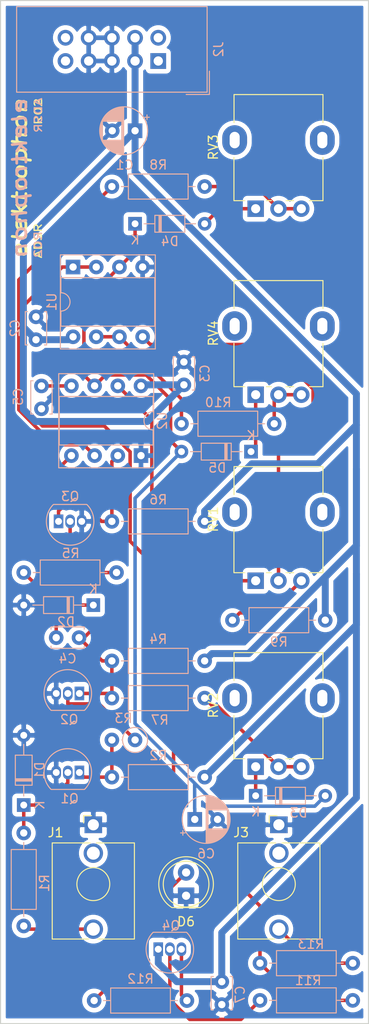
<source format=kicad_pcb>
(kicad_pcb (version 20171130) (host pcbnew "(5.1.4)-1")
  (title_block (title ADSR) (date 2019-09-22) (rev 01) (comment 1 "Original design by René Schmitz") (comment 2 "PCB for main circuit") (comment 4 "License CC BY 4.0 - Attribution 4.0 International"))
  (layers (0 F.Cu signal) (31 B.Cu signal hide) (34 B.Paste user) (35 F.Paste user) (36 B.SilkS user) (37 F.SilkS user) (38 B.Mask user) (39 F.Mask user) (44 Edge.Cuts user))
  (net 0 "")
  (net 1 GND)
  (net 2 +15V)
  (net 3 "Net-(C4-Pad2)")
  (net 4 "Net-(C4-Pad1)")
  (net 5 "Net-(C5-Pad2)")
  (net 6 "Net-(C6-Pad1)")
  (net 7 "Net-(D1-Pad1)")
  (net 8 "Net-(D3-Pad1)")
  (net 9 "Net-(D4-Pad2)")
  (net 10 "Net-(D5-Pad1)")
  (net 11 "Net-(D6-Pad2)")
  (net 12 "Net-(J1-PadTN)")
  (net 13 "Net-(J1-PadT)")
  (net 14 "Net-(J2-Pad10)")
  (net 15 "Net-(J2-Pad9)")
  (net 16 "Net-(J2-Pad2)")
  (net 17 "Net-(J2-Pad1)")
  (net 18 "Net-(J3-PadTN)")
  (net 19 "Net-(J3-PadT)")
  (net 20 "Net-(Q1-Pad1)")
  (net 21 "Net-(Q2-Pad2)")
  (net 22 "Net-(Q3-Pad1)")
  (net 23 "Net-(Q3-Pad2)")
  (net 24 "Net-(Q4-Pad3)")
  (net 25 "Net-(Q4-Pad2)")
  (net 26 "Net-(R7-Pad1)")
  (net 27 "Net-(R8-Pad2)")
  (net 28 "Net-(R8-Pad1)")
  (net 29 "Net-(R9-Pad1)")
  (net 30 "Net-(R10-Pad2)")
  (net 31 "Net-(R10-Pad1)")
  (net 32 "Net-(R11-Pad2)")
  (net 33 "Net-(RV1-Pad2)")
  (net 34 "Net-(RV1-Pad1)")
  (module "elektrophon:elektrophon logo" (layer F.Cu) (at 53.9115 70.1675 90)
    (fp_text reference REF** hide)
    (fp_text value "elektrophon logo" hide)
    (fp_text user ADSR (at 8.84 1.02 90) (layer B.SilkS) (effects (font (size 0.8 1)) (justify left mirror)))
    (fp_text user R02 (at -8.83 1 90) (layer B.SilkS) (effects (font (size 0.8 1)) (justify right mirror)))
    (fp_text user elektrophon (at 0 -1.016 90) (layer B.SilkS) (effects (font (size 1.5 2) (thickness 0.3) italic) (justify mirror)))
    (fp_text user R02 (at 8.8 1.02 90) (layer F.SilkS) (effects (font (size 0.8 1)) (justify right)))
    (fp_text user ADSR (at -8.88 1 90) (layer F.SilkS) (effects (font (size 0.8 1)) (justify left)))
    (fp_text user elektrophon (at 0 -1.016 90) (layer F.SilkS) (effects (font (size 1.5 2) (thickness 0.3) italic)))
  )
  (module Package_TO_SOT_THT:TO-92_Inline (layer B.Cu) (at 57.15 107.696)
    (fp_text reference Q3 (at 1.27 -2.7305) (layer B.SilkS) (effects (justify mirror)))
    (fp_text value BC547)
    (pad 1 thru_hole rect (at 0 0) (size 1.05 1.5) (drill 0.75) (layers *.Cu *.Mask) (net 22 "Net-(Q3-Pad1)"))
    (pad 3 thru_hole oval (at 2.54 0) (size 1.05 1.5) (drill 0.75) (layers *.Cu *.Mask) (net 1 GND))
    (pad 2 thru_hole oval (at 1.27 0) (size 1.05 1.5) (drill 0.75) (layers *.Cu *.Mask) (net 23 "Net-(Q3-Pad2)"))
  )
  (module Capacitor_THT:C_Disc_D3.4mm_W2.1mm_P2.50mm (layer B.Cu) (at 75.03 157.98 270)
    (fp_text reference C7 (at 1.41 -2.01 90) (layer B.SilkS) (effects (justify mirror)))
    (fp_text value 100n)
    (pad 2 thru_hole circle (at 2.5 0 270) (size 1.6 1.6) (drill 0.8) (layers *.Cu *.Mask) (net 1 GND))
    (pad 1 thru_hole circle (at 0 0 270) (size 1.6 1.6) (drill 0.8) (layers *.Cu *.Mask) (net 2 +15V))
  )
  (module Capacitor_THT:C_Disc_D3.4mm_W2.1mm_P2.50mm (layer B.Cu) (at 55.28 95.4 90)
    (fp_text reference C5 (at 1.32 -2.54 270) (layer B.SilkS) (effects (justify mirror)))
    (fp_text value 10n)
    (pad 2 thru_hole circle (at 2.5 0 90) (size 1.6 1.6) (drill 0.8) (layers *.Cu *.Mask) (net 5 "Net-(C5-Pad2)"))
    (pad 1 thru_hole circle (at 0 0 90) (size 1.6 1.6) (drill 0.8) (layers *.Cu *.Mask) (net 1 GND))
  )
  (module Capacitor_THT:C_Disc_D3.4mm_W2.1mm_P2.50mm (layer B.Cu) (at 56.896 120.396)
    (fp_text reference C4 (at 1.25 2.3) (layer B.SilkS) (effects (justify mirror)))
    (fp_text value 10n)
    (pad 2 thru_hole circle (at 2.5 0) (size 1.6 1.6) (drill 0.8) (layers *.Cu *.Mask) (net 3 "Net-(C4-Pad2)"))
    (pad 1 thru_hole circle (at 0 0) (size 1.6 1.6) (drill 0.8) (layers *.Cu *.Mask) (net 4 "Net-(C4-Pad1)"))
  )
  (module Capacitor_THT:C_Disc_D3.4mm_W2.1mm_P2.50mm (layer B.Cu) (at 70.88 92.78 90)
    (fp_text reference C3 (at 1.25 2.3 270) (layer B.SilkS) (effects (justify mirror)))
    (fp_text value 0.1u)
    (pad 2 thru_hole circle (at 2.5 0 90) (size 1.6 1.6) (drill 0.8) (layers *.Cu *.Mask) (net 1 GND))
    (pad 1 thru_hole circle (at 0 0 90) (size 1.6 1.6) (drill 0.8) (layers *.Cu *.Mask) (net 2 +15V))
  )
  (module Capacitor_THT:C_Disc_D3.4mm_W2.1mm_P2.50mm (layer B.Cu) (at 54.68 85.35 270)
    (fp_text reference C2 (at 1.25 2.3 270) (layer B.SilkS) (effects (justify mirror)))
    (fp_text value 0.1u)
    (pad 2 thru_hole circle (at 2.5 0 270) (size 1.6 1.6) (drill 0.8) (layers *.Cu *.Mask) (net 2 +15V))
    (pad 1 thru_hole circle (at 0 0 270) (size 1.6 1.6) (drill 0.8) (layers *.Cu *.Mask) (net 1 GND))
  )
  (module LED_THT:LED_D5.0mm (layer F.Cu) (at 71.12 148.59 90)
    (fp_text reference D6 (at -2.83 -0.01 180) (layer F.SilkS))
    (fp_text value LED)
    (pad 2 thru_hole circle (at 2.54 0 90) (size 1.8 1.8) (drill 0.9) (layers *.Cu *.Mask) (net 11 "Net-(D6-Pad2)"))
    (pad 1 thru_hole rect (at 0 0 90) (size 1.8 1.8) (drill 0.9) (layers *.Cu *.Mask) (net 1 GND))
  )
  (module Package_DIP:DIP-8_W7.62mm_Socket (layer B.Cu) (at 66.18 100.51 90)
    (fp_text reference U2 (at 3.81 2.33 270) (layer B.SilkS) (effects (justify mirror)))
    (fp_text value ICM7555)
    (pad 8 thru_hole oval (at 7.62 0 90) (size 1.6 1.6) (drill 0.8) (layers *.Cu *.Mask) (net 2 +15V))
    (pad 4 thru_hole oval (at 0 -7.62 90) (size 1.6 1.6) (drill 0.8) (layers *.Cu *.Mask) (net 3 "Net-(C4-Pad2)"))
    (pad 7 thru_hole oval (at 7.62 -2.54 90) (size 1.6 1.6) (drill 0.8) (layers *.Cu *.Mask) (net 34 "Net-(RV1-Pad1)"))
    (pad 3 thru_hole oval (at 0 -5.08 90) (size 1.6 1.6) (drill 0.8) (layers *.Cu *.Mask) (net 27 "Net-(R8-Pad2)"))
    (pad 6 thru_hole oval (at 7.62 -5.08 90) (size 1.6 1.6) (drill 0.8) (layers *.Cu *.Mask) (net 6 "Net-(C6-Pad1)"))
    (pad 2 thru_hole oval (at 0 -2.54 90) (size 1.6 1.6) (drill 0.8) (layers *.Cu *.Mask) (net 22 "Net-(Q3-Pad1)"))
    (pad 5 thru_hole oval (at 7.62 -7.62 90) (size 1.6 1.6) (drill 0.8) (layers *.Cu *.Mask) (net 5 "Net-(C5-Pad2)"))
    (pad 1 thru_hole rect (at 0 0 90) (size 1.6 1.6) (drill 0.8) (layers *.Cu *.Mask) (net 1 GND))
  )
  (module Package_DIP:DIP-8_W7.62mm_Socket (layer B.Cu) (at 58.74 79.91 270)
    (fp_text reference U1 (at 3.81 2.33 270) (layer B.SilkS) (effects (justify mirror)))
    (fp_text value LM358)
    (pad 8 thru_hole oval (at 7.62 0 270) (size 1.6 1.6) (drill 0.8) (layers *.Cu *.Mask) (net 2 +15V))
    (pad 4 thru_hole oval (at 0 -7.62 270) (size 1.6 1.6) (drill 0.8) (layers *.Cu *.Mask) (net 1 GND))
    (pad 7 thru_hole oval (at 7.62 -2.54 270) (size 1.6 1.6) (drill 0.8) (layers *.Cu *.Mask) (net 31 "Net-(R10-Pad1)"))
    (pad 3 thru_hole oval (at 0 -5.08 270) (size 1.6 1.6) (drill 0.8) (layers *.Cu *.Mask) (net 6 "Net-(C6-Pad1)"))
    (pad 6 thru_hole oval (at 7.62 -5.08 270) (size 1.6 1.6) (drill 0.8) (layers *.Cu *.Mask) (net 31 "Net-(R10-Pad1)"))
    (pad 2 thru_hole oval (at 0 -2.54 270) (size 1.6 1.6) (drill 0.8) (layers *.Cu *.Mask) (net 32 "Net-(R11-Pad2)"))
    (pad 5 thru_hole oval (at 7.62 -7.62 270) (size 1.6 1.6) (drill 0.8) (layers *.Cu *.Mask) (net 33 "Net-(RV1-Pad2)"))
    (pad 1 thru_hole rect (at 0 0 270) (size 1.6 1.6) (drill 0.8) (layers *.Cu *.Mask) (net 32 "Net-(R11-Pad2)"))
  )
  (module elektrophon:Potentiometer_Alpha_RD901F-40-00D_Single_Vertical (layer F.Cu) (at 81.28 86.36 90)
    (fp_text reference RV4 (at -0.79 -7.18 270) (layer F.SilkS))
    (fp_text value "1M LOG")
    (pad "" thru_hole oval (at 0 -4.84 180) (size 2.72 3.24) (drill oval 1.1 1.8) (layers *.Cu *.Mask))
    (pad "" thru_hole oval (at 0 4.76 180) (size 2.72 3.24) (drill oval 1.1 1.8) (layers *.Cu *.Mask))
    (pad 3 thru_hole circle (at -7.5 2.46 180) (size 1.8 1.8) (drill 1) (layers *.Cu *.Mask) (net 30 "Net-(R10-Pad2)"))
    (pad 2 thru_hole circle (at -7.5 -0.04 180) (size 1.8 1.8) (drill 1) (layers *.Cu *.Mask) (net 30 "Net-(R10-Pad2)"))
    (pad 1 thru_hole rect (at -7.5 -2.54 180) (size 1.8 1.8) (drill 1) (layers *.Cu *.Mask) (net 10 "Net-(D5-Pad1)"))
  )
  (module elektrophon:Potentiometer_Alpha_RD901F-40-00D_Single_Vertical (layer F.Cu) (at 81.28 66.04 90)
    (fp_text reference RV3 (at -0.79 -7.18 270) (layer F.SilkS))
    (fp_text value "1M LOG")
    (pad "" thru_hole oval (at 0 -4.84 180) (size 2.72 3.24) (drill oval 1.1 1.8) (layers *.Cu *.Mask))
    (pad "" thru_hole oval (at 0 4.76 180) (size 2.72 3.24) (drill oval 1.1 1.8) (layers *.Cu *.Mask))
    (pad 3 thru_hole circle (at -7.5 2.46 180) (size 1.8 1.8) (drill 1) (layers *.Cu *.Mask) (net 28 "Net-(R8-Pad1)"))
    (pad 2 thru_hole circle (at -7.5 -0.04 180) (size 1.8 1.8) (drill 1) (layers *.Cu *.Mask) (net 28 "Net-(R8-Pad1)"))
    (pad 1 thru_hole rect (at -7.5 -2.54 180) (size 1.8 1.8) (drill 1) (layers *.Cu *.Mask) (net 9 "Net-(D4-Pad2)"))
  )
  (module elektrophon:Potentiometer_Alpha_RD901F-40-00D_Single_Vertical (layer F.Cu) (at 81.28 127 90)
    (fp_text reference RV2 (at -0.79 -7.18 270) (layer F.SilkS))
    (fp_text value "1M LOG")
    (pad "" thru_hole oval (at 0 -4.84 180) (size 2.72 3.24) (drill oval 1.1 1.8) (layers *.Cu *.Mask))
    (pad "" thru_hole oval (at 0 4.76 180) (size 2.72 3.24) (drill oval 1.1 1.8) (layers *.Cu *.Mask))
    (pad 3 thru_hole circle (at -7.5 2.46 180) (size 1.8 1.8) (drill 1) (layers *.Cu *.Mask) (net 26 "Net-(R7-Pad1)"))
    (pad 2 thru_hole circle (at -7.5 -0.04 180) (size 1.8 1.8) (drill 1) (layers *.Cu *.Mask) (net 26 "Net-(R7-Pad1)"))
    (pad 1 thru_hole rect (at -7.5 -2.54 180) (size 1.8 1.8) (drill 1) (layers *.Cu *.Mask) (net 8 "Net-(D3-Pad1)"))
  )
  (module elektrophon:Potentiometer_Alpha_RD901F-40-00D_Single_Vertical (layer F.Cu) (at 81.28 106.68 90)
    (fp_text reference RV1 (at -0.79 -7.18 270) (layer F.SilkS))
    (fp_text value 10k)
    (pad "" thru_hole oval (at 0 -4.84 180) (size 2.72 3.24) (drill oval 1.1 1.8) (layers *.Cu *.Mask))
    (pad "" thru_hole oval (at 0 4.76 180) (size 2.72 3.24) (drill oval 1.1 1.8) (layers *.Cu *.Mask))
    (pad 3 thru_hole circle (at -7.5 2.46 180) (size 1.8 1.8) (drill 1) (layers *.Cu *.Mask) (net 29 "Net-(R9-Pad1)"))
    (pad 2 thru_hole circle (at -7.5 -0.04 180) (size 1.8 1.8) (drill 1) (layers *.Cu *.Mask) (net 33 "Net-(RV1-Pad2)"))
    (pad 1 thru_hole rect (at -7.5 -2.54 180) (size 1.8 1.8) (drill 1) (layers *.Cu *.Mask) (net 34 "Net-(RV1-Pad1)"))
  )
  (module Resistor_THT:R_Axial_DIN0207_L6.3mm_D2.5mm_P10.16mm_Horizontal (layer B.Cu) (at 79.212 155.956)
    (fp_text reference R13 (at 5.588 -2.086) (layer B.SilkS) (effects (justify mirror)))
    (fp_text value 1k)
    (pad 2 thru_hole oval (at 10.16 0) (size 1.6 1.6) (drill 0.8) (layers *.Cu *.Mask) (net 19 "Net-(J3-PadT)"))
    (pad 1 thru_hole circle (at 0 0) (size 1.6 1.6) (drill 0.8) (layers *.Cu *.Mask) (net 32 "Net-(R11-Pad2)"))
  )
  (module Resistor_THT:R_Axial_DIN0207_L6.3mm_D2.5mm_P10.16mm_Horizontal (layer B.Cu) (at 71.21 160.04 180)
    (fp_text reference R12 (at 5.08 2.37 180) (layer B.SilkS) (effects (justify mirror)))
    (fp_text value 2k2)
    (pad 2 thru_hole oval (at 10.16 0 180) (size 1.6 1.6) (drill 0.8) (layers *.Cu *.Mask) (net 11 "Net-(D6-Pad2)"))
    (pad 1 thru_hole circle (at 0 0 180) (size 1.6 1.6) (drill 0.8) (layers *.Cu *.Mask) (net 24 "Net-(Q4-Pad3)"))
  )
  (module Resistor_THT:R_Axial_DIN0207_L6.3mm_D2.5mm_P10.16mm_Horizontal (layer B.Cu) (at 79.212 160.02)
    (fp_text reference R11 (at 5.278 -2.18) (layer B.SilkS) (effects (justify mirror)))
    (fp_text value 10k)
    (pad 2 thru_hole oval (at 10.16 0) (size 1.6 1.6) (drill 0.8) (layers *.Cu *.Mask) (net 32 "Net-(R11-Pad2)"))
    (pad 1 thru_hole circle (at 0 0) (size 1.6 1.6) (drill 0.8) (layers *.Cu *.Mask) (net 25 "Net-(Q4-Pad2)"))
  )
  (module Resistor_THT:R_Axial_DIN0207_L6.3mm_D2.5mm_P10.16mm_Horizontal (layer B.Cu) (at 70.612 97.028)
    (fp_text reference R10 (at 4.028 -2.328) (layer B.SilkS) (effects (justify mirror)))
    (fp_text value 100)
    (pad 2 thru_hole oval (at 10.16 0) (size 1.6 1.6) (drill 0.8) (layers *.Cu *.Mask) (net 30 "Net-(R10-Pad2)"))
    (pad 1 thru_hole circle (at 0 0) (size 1.6 1.6) (drill 0.8) (layers *.Cu *.Mask) (net 31 "Net-(R10-Pad1)"))
  )
  (module Resistor_THT:R_Axial_DIN0207_L6.3mm_D2.5mm_P10.16mm_Horizontal (layer B.Cu) (at 76.2 118.49)
    (fp_text reference R9 (at 5.08 2.37) (layer B.SilkS) (effects (justify mirror)))
    (fp_text value 4k7)
    (pad 2 thru_hole oval (at 10.16 0) (size 1.6 1.6) (drill 0.8) (layers *.Cu *.Mask) (net 2 +15V))
    (pad 1 thru_hole circle (at 0 0) (size 1.6 1.6) (drill 0.8) (layers *.Cu *.Mask) (net 29 "Net-(R9-Pad1)"))
  )
  (module Resistor_THT:R_Axial_DIN0207_L6.3mm_D2.5mm_P10.16mm_Horizontal (layer B.Cu) (at 73.152 71.12 180)
    (fp_text reference R8 (at 5.08 2.37) (layer B.SilkS) (effects (justify mirror)))
    (fp_text value 100)
    (pad 2 thru_hole oval (at 10.16 0 180) (size 1.6 1.6) (drill 0.8) (layers *.Cu *.Mask) (net 27 "Net-(R8-Pad2)"))
    (pad 1 thru_hole circle (at 0 0 180) (size 1.6 1.6) (drill 0.8) (layers *.Cu *.Mask) (net 28 "Net-(R8-Pad1)"))
  )
  (module Resistor_THT:R_Axial_DIN0207_L6.3mm_D2.5mm_P10.16mm_Horizontal (layer B.Cu) (at 73.152 127 180)
    (fp_text reference R7 (at 4.912 -2.39) (layer B.SilkS) (effects (justify mirror)))
    (fp_text value 100)
    (pad 2 thru_hole oval (at 10.16 0 180) (size 1.6 1.6) (drill 0.8) (layers *.Cu *.Mask) (net 3 "Net-(C4-Pad2)"))
    (pad 1 thru_hole circle (at 0 0 180) (size 1.6 1.6) (drill 0.8) (layers *.Cu *.Mask) (net 26 "Net-(R7-Pad1)"))
  )
  (module Resistor_THT:R_Axial_DIN0207_L6.3mm_D2.5mm_P10.16mm_Horizontal (layer B.Cu) (at 73.152 107.696 180)
    (fp_text reference R6 (at 5.08 2.37 180) (layer B.SilkS) (effects (justify mirror)))
    (fp_text value 4k7)
    (pad 2 thru_hole oval (at 10.16 0 180) (size 1.6 1.6) (drill 0.8) (layers *.Cu *.Mask) (net 22 "Net-(Q3-Pad1)"))
    (pad 1 thru_hole circle (at 0 0 180) (size 1.6 1.6) (drill 0.8) (layers *.Cu *.Mask) (net 2 +15V))
  )
  (module Resistor_THT:R_Axial_DIN0207_L6.3mm_D2.5mm_P10.16mm_Horizontal (layer B.Cu) (at 63.5 113.284 180)
    (fp_text reference R5 (at 5.0165 2.0955) (layer B.SilkS) (effects (justify mirror)))
    (fp_text value 10k)
    (pad 2 thru_hole oval (at 10.16 0 180) (size 1.6 1.6) (drill 0.8) (layers *.Cu *.Mask) (net 4 "Net-(C4-Pad1)"))
    (pad 1 thru_hole circle (at 0 0 180) (size 1.6 1.6) (drill 0.8) (layers *.Cu *.Mask) (net 23 "Net-(Q3-Pad2)"))
  )
  (module Resistor_THT:R_Axial_DIN0207_L6.3mm_D2.5mm_P10.16mm_Horizontal (layer B.Cu) (at 73.152 122.936 180)
    (fp_text reference R4 (at 5.08 2.37 180) (layer B.SilkS) (effects (justify mirror)))
    (fp_text value 4k7)
    (pad 2 thru_hole oval (at 10.16 0 180) (size 1.6 1.6) (drill 0.8) (layers *.Cu *.Mask) (net 3 "Net-(C4-Pad2)"))
    (pad 1 thru_hole circle (at 0 0 180) (size 1.6 1.6) (drill 0.8) (layers *.Cu *.Mask) (net 2 +15V))
  )
  (module Resistor_THT:R_Axial_DIN0207_L6.3mm_D2.5mm_P2.54mm_Vertical (layer B.Cu) (at 65.532 131.572 180)
    (fp_text reference R3 (at 1.27 2.37) (layer B.SilkS) (effects (justify mirror)))
    (fp_text value 22k)
    (pad 2 thru_hole oval (at 2.54 0 180) (size 1.6 1.6) (drill 0.8) (layers *.Cu *.Mask) (net 20 "Net-(Q1-Pad1)"))
    (pad 1 thru_hole circle (at 0 0 180) (size 1.6 1.6) (drill 0.8) (layers *.Cu *.Mask) (net 21 "Net-(Q2-Pad2)"))
  )
  (module Resistor_THT:R_Axial_DIN0207_L6.3mm_D2.5mm_P10.16mm_Horizontal (layer B.Cu) (at 73.152 135.636 180)
    (fp_text reference R2 (at 5.08 2.37 180) (layer B.SilkS) (effects (justify mirror)))
    (fp_text value 4k7)
    (pad 2 thru_hole oval (at 10.16 0 180) (size 1.6 1.6) (drill 0.8) (layers *.Cu *.Mask) (net 20 "Net-(Q1-Pad1)"))
    (pad 1 thru_hole circle (at 0 0 180) (size 1.6 1.6) (drill 0.8) (layers *.Cu *.Mask) (net 2 +15V))
  )
  (module Resistor_THT:R_Axial_DIN0207_L6.3mm_D2.5mm_P10.16mm_Horizontal (layer B.Cu) (at 53.34 141.732 270)
    (fp_text reference R1 (at 5.488 -2.27 90) (layer B.SilkS) (effects (justify mirror)))
    (fp_text value 10k)
    (pad 2 thru_hole oval (at 10.16 0 270) (size 1.6 1.6) (drill 0.8) (layers *.Cu *.Mask) (net 13 "Net-(J1-PadT)"))
    (pad 1 thru_hole circle (at 0 0 270) (size 1.6 1.6) (drill 0.8) (layers *.Cu *.Mask) (net 7 "Net-(D1-Pad1)"))
  )
  (module Package_TO_SOT_THT:TO-92_Inline (layer B.Cu) (at 68.072 154.432)
    (fp_text reference Q4 (at 1.388 -2.572) (layer B.SilkS) (effects (justify mirror)))
    (fp_text value BC547)
    (pad 1 thru_hole rect (at 0 0) (size 1.05 1.5) (drill 0.75) (layers *.Cu *.Mask) (net 2 +15V))
    (pad 3 thru_hole oval (at 2.54 0) (size 1.05 1.5) (drill 0.75) (layers *.Cu *.Mask) (net 24 "Net-(Q4-Pad3)"))
    (pad 2 thru_hole oval (at 1.27 0) (size 1.05 1.5) (drill 0.75) (layers *.Cu *.Mask) (net 25 "Net-(Q4-Pad2)"))
  )
  (module Package_TO_SOT_THT:TO-92_Inline (layer B.Cu) (at 59.436 126.492 180)
    (fp_text reference Q2 (at 1.116 -2.838) (layer B.SilkS) (effects (justify mirror)))
    (fp_text value BC547)
    (pad 1 thru_hole rect (at 0 0 180) (size 1.05 1.5) (drill 0.75) (layers *.Cu *.Mask) (net 3 "Net-(C4-Pad2)"))
    (pad 3 thru_hole oval (at 2.54 0 180) (size 1.05 1.5) (drill 0.75) (layers *.Cu *.Mask) (net 1 GND))
    (pad 2 thru_hole oval (at 1.27 0 180) (size 1.05 1.5) (drill 0.75) (layers *.Cu *.Mask) (net 21 "Net-(Q2-Pad2)"))
  )
  (module Package_TO_SOT_THT:TO-92_Inline (layer B.Cu) (at 59.436 135.128 180)
    (fp_text reference Q1 (at 1.076 -2.852) (layer B.SilkS) (effects (justify mirror)))
    (fp_text value BC547)
    (pad 1 thru_hole rect (at 0 0 180) (size 1.05 1.5) (drill 0.75) (layers *.Cu *.Mask) (net 20 "Net-(Q1-Pad1)"))
    (pad 3 thru_hole oval (at 2.54 0 180) (size 1.05 1.5) (drill 0.75) (layers *.Cu *.Mask) (net 1 GND))
    (pad 2 thru_hole oval (at 1.27 0 180) (size 1.05 1.5) (drill 0.75) (layers *.Cu *.Mask) (net 7 "Net-(D1-Pad1)"))
  )
  (module elektrophon:Jack_3.5mm_QingPu_WQP-PJ398SM_Vertical_CircularHoles (layer F.Cu) (at 81.28 147.32)
    (fp_text reference J3 (at -4.13 -5.63) (layer F.SilkS))
    (fp_text value OUT)
    (pad TN thru_hole circle (at 0 -3.38 180) (size 2.13 2.13) (drill 1.42) (layers *.Cu *.Mask) (net 18 "Net-(J3-PadTN)"))
    (pad S thru_hole rect (at 0 -6.48 180) (size 1.93 1.83) (drill 1.22) (layers *.Cu *.Mask) (net 1 GND))
    (pad T thru_hole circle (at 0 4.92 180) (size 2.13 2.13) (drill 1.43) (layers *.Cu *.Mask) (net 19 "Net-(J3-PadT)"))
  )
  (module Connector_IDC:IDC-Header_2x05_P2.54mm_Vertical (layer B.Cu) (at 68.072 57.404 90)
    (fp_text reference J2 (at 1.27 6.604 270) (layer B.SilkS) (effects (justify mirror)))
    (fp_text value Power)
    (pad 10 thru_hole oval (at 2.54 -10.16 90) (size 1.7272 1.7272) (drill 1.016) (layers *.Cu *.Mask) (net 14 "Net-(J2-Pad10)"))
    (pad 9 thru_hole oval (at 0 -10.16 90) (size 1.7272 1.7272) (drill 1.016) (layers *.Cu *.Mask) (net 15 "Net-(J2-Pad9)"))
    (pad 8 thru_hole oval (at 2.54 -7.62 90) (size 1.7272 1.7272) (drill 1.016) (layers *.Cu *.Mask) (net 1 GND))
    (pad 7 thru_hole oval (at 0 -7.62 90) (size 1.7272 1.7272) (drill 1.016) (layers *.Cu *.Mask) (net 1 GND))
    (pad 6 thru_hole oval (at 2.54 -5.08 90) (size 1.7272 1.7272) (drill 1.016) (layers *.Cu *.Mask) (net 1 GND))
    (pad 5 thru_hole oval (at 0 -5.08 90) (size 1.7272 1.7272) (drill 1.016) (layers *.Cu *.Mask) (net 1 GND))
    (pad 4 thru_hole oval (at 2.54 -2.54 90) (size 1.7272 1.7272) (drill 1.016) (layers *.Cu *.Mask) (net 2 +15V))
    (pad 3 thru_hole oval (at 0 -2.54 90) (size 1.7272 1.7272) (drill 1.016) (layers *.Cu *.Mask) (net 2 +15V))
    (pad 2 thru_hole oval (at 2.54 0 90) (size 1.7272 1.7272) (drill 1.016) (layers *.Cu *.Mask) (net 16 "Net-(J2-Pad2)"))
    (pad 1 thru_hole rect (at 0 0 90) (size 1.7272 1.7272) (drill 1.016) (layers *.Cu *.Mask) (net 17 "Net-(J2-Pad1)"))
  )
  (module elektrophon:Jack_3.5mm_QingPu_WQP-PJ398SM_Vertical_CircularHoles (layer F.Cu) (at 60.96 147.32)
    (fp_text reference J1 (at -4.13 -5.63) (layer F.SilkS))
    (fp_text value IN)
    (pad TN thru_hole circle (at 0 -3.38 180) (size 2.13 2.13) (drill 1.42) (layers *.Cu *.Mask) (net 12 "Net-(J1-PadTN)"))
    (pad S thru_hole rect (at 0 -6.48 180) (size 1.93 1.83) (drill 1.22) (layers *.Cu *.Mask) (net 1 GND))
    (pad T thru_hole circle (at 0 4.92 180) (size 2.13 2.13) (drill 1.43) (layers *.Cu *.Mask) (net 13 "Net-(J1-PadT)"))
  )
  (module Diode_THT:D_DO-34_SOD68_P7.62mm_Horizontal (layer B.Cu) (at 78.232 100.076 180)
    (fp_text reference D5 (at 3.692 -1.774) (layer B.SilkS) (effects (justify mirror)))
    (fp_text value D)
    (fp_text user K (at 0 1.75) (layer B.SilkS) (effects (justify mirror)))
    (pad 2 thru_hole oval (at 7.62 0 180) (size 1.5 1.5) (drill 0.75) (layers *.Cu *.Mask) (net 6 "Net-(C6-Pad1)"))
    (pad 1 thru_hole rect (at 0 0 180) (size 1.5 1.5) (drill 0.75) (layers *.Cu *.Mask) (net 10 "Net-(D5-Pad1)"))
  )
  (module Diode_THT:D_DO-34_SOD68_P7.62mm_Horizontal (layer B.Cu) (at 65.532 75.184)
    (fp_text reference D4 (at 3.81 1.92) (layer B.SilkS) (effects (justify mirror)))
    (fp_text value D)
    (fp_text user K (at 0 1.75) (layer B.SilkS) (effects (justify mirror)))
    (pad 2 thru_hole oval (at 7.62 0) (size 1.5 1.5) (drill 0.75) (layers *.Cu *.Mask) (net 9 "Net-(D4-Pad2)"))
    (pad 1 thru_hole rect (at 0 0) (size 1.5 1.5) (drill 0.75) (layers *.Cu *.Mask) (net 6 "Net-(C6-Pad1)"))
  )
  (module Diode_THT:D_DO-34_SOD68_P7.62mm_Horizontal (layer B.Cu) (at 78.74 137.668)
    (fp_text reference D3 (at 4.7 1.862 180) (layer B.SilkS) (effects (justify mirror)))
    (fp_text value D)
    (fp_text user K (at 0 1.75 180) (layer B.SilkS) (effects (justify mirror)))
    (pad 2 thru_hole oval (at 7.62 0) (size 1.5 1.5) (drill 0.75) (layers *.Cu *.Mask) (net 6 "Net-(C6-Pad1)"))
    (pad 1 thru_hole rect (at 0 0) (size 1.5 1.5) (drill 0.75) (layers *.Cu *.Mask) (net 8 "Net-(D3-Pad1)"))
  )
  (module Diode_THT:D_DO-34_SOD68_P7.62mm_Horizontal (layer B.Cu) (at 60.96 116.84 180)
    (fp_text reference D2 (at 2.99 -1.84 180) (layer B.SilkS) (effects (justify mirror)))
    (fp_text value D)
    (fp_text user K (at 0 1.75 180) (layer B.SilkS) (effects (justify mirror)))
    (pad 2 thru_hole oval (at 7.62 0 180) (size 1.5 1.5) (drill 0.75) (layers *.Cu *.Mask) (net 1 GND))
    (pad 1 thru_hole rect (at 0 0 180) (size 1.5 1.5) (drill 0.75) (layers *.Cu *.Mask) (net 4 "Net-(C4-Pad1)"))
  )
  (module Diode_THT:D_DO-34_SOD68_P7.62mm_Horizontal (layer B.Cu) (at 53.34 138.684 90)
    (fp_text reference D1 (at 3.764 1.74 90) (layer B.SilkS) (effects (justify mirror)))
    (fp_text value D)
    (fp_text user K (at 0 1.75 90) (layer B.SilkS) (effects (justify mirror)))
    (pad 2 thru_hole oval (at 7.62 0 90) (size 1.5 1.5) (drill 0.75) (layers *.Cu *.Mask) (net 1 GND))
    (pad 1 thru_hole rect (at 0 0 90) (size 1.5 1.5) (drill 0.75) (layers *.Cu *.Mask) (net 7 "Net-(D1-Pad1)"))
  )
  (module Capacitor_THT:CP_Radial_D5.0mm_P2.50mm (layer B.Cu) (at 72.07 140.25)
    (fp_text reference C6 (at 1.25 3.75) (layer B.SilkS) (effects (justify mirror)))
    (fp_text value 4u7)
    (pad 2 thru_hole circle (at 2.5 0) (size 1.6 1.6) (drill 0.8) (layers *.Cu *.Mask) (net 1 GND))
    (pad 1 thru_hole rect (at 0 0) (size 1.6 1.6) (drill 0.8) (layers *.Cu *.Mask) (net 6 "Net-(C6-Pad1)"))
  )
  (module Capacitor_THT:CP_Radial_D5.0mm_P2.50mm (layer B.Cu) (at 65.532 65.024 180)
    (fp_text reference C1 (at 1.142 -3.736) (layer B.SilkS) (effects (justify mirror)))
    (fp_text value 10u)
    (pad 2 thru_hole circle (at 2.5 0 180) (size 1.6 1.6) (drill 0.8) (layers *.Cu *.Mask) (net 1 GND))
    (pad 1 thru_hole rect (at 0 0 180) (size 1.6 1.6) (drill 0.8) (layers *.Cu *.Mask) (net 2 +15V))
  )
  (gr_line (start 91.1 50.8) (end 50.8 50.8) (layer Edge.Cuts) (width 0.12))
  (gr_line (start 91.1 162.56) (end 91.1 50.8) (layer Edge.Cuts) (width 0.12))
  (gr_line (start 50.8 162.56) (end 91.1 162.56) (layer Edge.Cuts) (width 0.12))
  (gr_line (start 50.8 50.8) (end 50.8 162.56) (layer Edge.Cuts) (width 0.12))
  (segment (start 65.532 54.864) (end 65.532 57.404) (width 0.762) (layer B.Cu) (net 2))
  (segment (start 54.864 75.692) (end 56.642 73.914) (width 0.762) (layer B.Cu) (net 2))
  (segment (start 65.532 57.404) (end 65.532 65.024) (width 0.762) (layer B.Cu) (net 2))
  (segment (start 56.642 73.914) (end 65.532 65.024) (width 0.762) (layer B.Cu) (net 2))
  (segment (start 65.532 69.533882) (end 89.773001 93.774883) (width 0.762) (layer B.Cu) (net 2))
  (segment (start 65.532 65.024) (end 65.532 69.533882) (width 0.762) (layer B.Cu) (net 2))
  (segment (start 89.773001 137.883081) (end 77.760041 149.896041) (width 0.762) (layer B.Cu) (net 2))
  (segment (start 89.773001 119.014999) (end 89.773001 113.426999) (width 0.762) (layer B.Cu) (net 2))
  (segment (start 73.152 135.636) (end 89.773001 119.014999) (width 0.762) (layer B.Cu) (net 2))
  (segment (start 89.773001 113.426999) (end 89.773001 137.883081) (width 0.762) (layer B.Cu) (net 2))
  (segment (start 89.773001 110.338881) (end 89.773001 101.965001) (width 0.762) (layer B.Cu) (net 2))
  (segment (start 77.975881 122.136001) (end 89.773001 110.338881) (width 0.762) (layer B.Cu) (net 2))
  (segment (start 73.951999 122.136001) (end 77.975881 122.136001) (width 0.762) (layer B.Cu) (net 2))
  (segment (start 73.152 122.936) (end 73.951999 122.136001) (width 0.762) (layer B.Cu) (net 2))
  (segment (start 86.36 113.792) (end 89.773001 110.378999) (width 0.762) (layer B.Cu) (net 2))
  (segment (start 86.36 118.49) (end 86.36 113.792) (width 0.762) (layer B.Cu) (net 2))
  (segment (start 89.773001 101.965001) (end 89.773001 110.378999) (width 0.762) (layer B.Cu) (net 2))
  (segment (start 89.773001 110.378999) (end 89.773001 113.426999) (width 0.762) (layer B.Cu) (net 2))
  (segment (start 85.536999 101.407001) (end 89.773001 97.170999) (width 0.762) (layer B.Cu) (net 2))
  (segment (start 73.152 106.56463) (end 78.309629 101.407001) (width 0.762) (layer B.Cu) (net 2))
  (segment (start 78.309629 101.407001) (end 85.536999 101.407001) (width 0.762) (layer B.Cu) (net 2))
  (segment (start 89.773001 97.170999) (end 89.773001 101.965001) (width 0.762) (layer B.Cu) (net 2))
  (segment (start 73.152 107.696) (end 73.152 106.56463) (width 0.762) (layer B.Cu) (net 2))
  (segment (start 89.773001 93.774883) (end 89.773001 97.170999) (width 0.762) (layer B.Cu) (net 2))
  (segment (start 70.080001 93.579999) (end 70.88 92.78) (width 0.762) (layer B.Cu) (net 2))
  (segment (start 53.298999 95.462881) (end 54.617119 96.781001) (width 0.762) (layer B.Cu) (net 2))
  (segment (start 53.913 76.643) (end 53.298999 77.257001) (width 0.762) (layer B.Cu) (net 2))
  (segment (start 53.913 76.643) (end 56.642 73.914) (width 0.762) (layer B.Cu) (net 2))
  (segment (start 66.878999 96.781001) (end 70.080001 93.579999) (width 0.762) (layer B.Cu) (net 2))
  (segment (start 54.617119 96.781001) (end 66.878999 96.781001) (width 0.762) (layer B.Cu) (net 2))
  (segment (start 53.482999 77.073001) (end 53.913 76.643) (width 0.762) (layer B.Cu) (net 2))
  (segment (start 66.29 92.78) (end 66.18 92.89) (width 0.762) (layer B.Cu) (net 2))
  (segment (start 70.88 92.78) (end 66.29 92.78) (width 0.762) (layer B.Cu) (net 2))
  (segment (start 53.298999 86.468999) (end 53.298999 84.851001) (width 0.762) (layer B.Cu) (net 2))
  (segment (start 53.298999 77.257001) (end 53.298999 84.851001) (width 0.762) (layer B.Cu) (net 2))
  (segment (start 54.68 87.85) (end 53.298999 86.468999) (width 0.762) (layer B.Cu) (net 2))
  (segment (start 53.298999 84.851001) (end 53.298999 95.462881) (width 0.762) (layer B.Cu) (net 2))
  (segment (start 58.42 87.85) (end 58.74 87.53) (width 0.762) (layer B.Cu) (net 2))
  (segment (start 54.68 87.85) (end 58.42 87.85) (width 0.762) (layer B.Cu) (net 2))
  (segment (start 75.03 152.626082) (end 76.258041 151.398041) (width 0.762) (layer B.Cu) (net 2))
  (segment (start 75.03 157.98) (end 75.03 152.626082) (width 0.762) (layer B.Cu) (net 2))
  (segment (start 76.258041 151.398041) (end 77.760041 149.896041) (width 0.762) (layer B.Cu) (net 2))
  (segment (start 68.072 155.944) (end 68.072 154.432) (width 0.762) (layer B.Cu) (net 2))
  (segment (start 70.108 157.98) (end 68.072 155.944) (width 0.762) (layer B.Cu) (net 2))
  (segment (start 75.03 157.98) (end 70.108 157.98) (width 0.762) (layer B.Cu) (net 2))
  (segment (start 62.484 126.492) (end 62.992 127) (width 0.381) (layer F.Cu) (net 3))
  (segment (start 59.436 126.492) (end 62.484 126.492) (width 0.381) (layer F.Cu) (net 3))
  (segment (start 62.992 122.936) (end 62.992 127) (width 0.381) (layer F.Cu) (net 3))
  (segment (start 61.936 122.936) (end 62.992 122.936) (width 0.381) (layer F.Cu) (net 3))
  (segment (start 59.396 120.396) (end 61.936 122.936) (width 0.381) (layer F.Cu) (net 3))
  (segment (start 57.760001 101.309999) (end 58.56 100.51) (width 0.381) (layer F.Cu) (net 3))
  (segment (start 55.372 103.698) (end 57.760001 101.309999) (width 0.381) (layer F.Cu) (net 3))
  (segment (start 59.944 120.396) (end 62.738 117.602) (width 0.381) (layer F.Cu) (net 3))
  (segment (start 59.396 120.396) (end 59.944 120.396) (width 0.381) (layer F.Cu) (net 3))
  (segment (start 55.372 110.689902) (end 55.372 103.698) (width 0.381) (layer F.Cu) (net 3))
  (segment (start 59.490098 114.808) (end 55.372 110.689902) (width 0.381) (layer F.Cu) (net 3))
  (segment (start 62.738 117.602) (end 62.738 116.078) (width 0.381) (layer F.Cu) (net 3))
  (segment (start 62.738 116.078) (end 61.468 114.808) (width 0.381) (layer F.Cu) (net 3))
  (segment (start 61.468 114.808) (end 59.490098 114.808) (width 0.381) (layer F.Cu) (net 3))
  (segment (start 56.896 116.84) (end 53.34 113.284) (width 0.381) (layer F.Cu) (net 4))
  (segment (start 56.896 118.872) (end 58.928 116.84) (width 0.381) (layer F.Cu) (net 4))
  (segment (start 56.896 120.396) (end 56.896 118.872) (width 0.381) (layer F.Cu) (net 4))
  (segment (start 60.96 116.84) (end 58.928 116.84) (width 0.381) (layer F.Cu) (net 4))
  (segment (start 58.928 116.84) (end 56.896 116.84) (width 0.381) (layer F.Cu) (net 4))
  (segment (start 58.55 92.9) (end 58.56 92.89) (width 0.381) (layer F.Cu) (net 5))
  (segment (start 55.28 92.9) (end 58.55 92.9) (width 0.381) (layer F.Cu) (net 5))
  (segment (start 65.532 78.198) (end 63.82 79.91) (width 0.381) (layer F.Cu) (net 6))
  (segment (start 62.290501 91.699499) (end 66.751441 91.699499) (width 0.381) (layer F.Cu) (net 6))
  (segment (start 59.930501 91.720501) (end 60.300001 92.090001) (width 0.381) (layer F.Cu) (net 6))
  (segment (start 65.532 75.184) (end 65.532 78.198) (width 0.381) (layer F.Cu) (net 6))
  (segment (start 69.421499 94.369557) (end 69.421499 98.885499) (width 0.381) (layer F.Cu) (net 6))
  (segment (start 66.751441 91.699499) (end 69.421499 94.369557) (width 0.381) (layer F.Cu) (net 6))
  (segment (start 69.862001 99.326001) (end 70.612 100.076) (width 0.381) (layer F.Cu) (net 6))
  (segment (start 69.421499 98.885499) (end 69.862001 99.326001) (width 0.381) (layer F.Cu) (net 6))
  (segment (start 63.82 79.91) (end 59.930501 83.799499) (width 0.381) (layer F.Cu) (net 6))
  (segment (start 59.930501 83.799499) (end 59.930501 91.720501) (width 0.381) (layer F.Cu) (net 6))
  (segment (start 61.1 92.89) (end 62.290501 91.699499) (width 0.381) (layer F.Cu) (net 6))
  (segment (start 60.300001 92.090001) (end 61.1 92.89) (width 0.381) (layer F.Cu) (net 6))
  (segment (start 70.612 100.076) (end 65.532 105.156) (width 0.381) (layer B.Cu) (net 6))
  (segment (start 65.532 129.777942) (end 65.532 122.362) (width 0.381) (layer B.Cu) (net 6))
  (segment (start 85.219499 138.808501) (end 74.562559 138.808501) (width 0.381) (layer B.Cu) (net 6))
  (segment (start 86.36 137.668) (end 85.219499 138.808501) (width 0.381) (layer B.Cu) (net 6))
  (segment (start 65.532 122.362) (end 65.532 123.444) (width 0.381) (layer B.Cu) (net 6))
  (segment (start 65.532 105.156) (end 65.532 122.362) (width 0.381) (layer B.Cu) (net 6))
  (segment (start 72.057029 139.056029) (end 72.057029 136.302971) (width 0.381) (layer B.Cu) (net 6))
  (segment (start 72.07 139.069) (end 72.057029 139.056029) (width 0.381) (layer B.Cu) (net 6))
  (segment (start 72.07 140.25) (end 72.07 139.069) (width 0.381) (layer B.Cu) (net 6))
  (segment (start 74.562559 138.808501) (end 72.057029 136.302971) (width 0.381) (layer B.Cu) (net 6))
  (segment (start 72.057029 136.302971) (end 65.532 129.777942) (width 0.381) (layer B.Cu) (net 6))
  (segment (start 53.34 141.732) (end 53.34 138.684) (width 0.381) (layer F.Cu) (net 7))
  (segment (start 58.166 136.259) (end 58.166 135.128) (width 0.381) (layer F.Cu) (net 7))
  (segment (start 55.741 138.684) (end 58.166 136.259) (width 0.381) (layer F.Cu) (net 7))
  (segment (start 53.34 138.684) (end 55.741 138.684) (width 0.381) (layer F.Cu) (net 7))
  (segment (start 78.74 134.5) (end 78.74 137.668) (width 0.381) (layer F.Cu) (net 8))
  (segment (start 74.796 73.54) (end 73.152 75.184) (width 0.381) (layer F.Cu) (net 9))
  (segment (start 78.74 73.54) (end 74.796 73.54) (width 0.381) (layer F.Cu) (net 9))
  (segment (start 78.74 99.568) (end 78.232 100.076) (width 0.381) (layer F.Cu) (net 10))
  (segment (start 78.74 93.86) (end 78.74 99.568) (width 0.381) (layer F.Cu) (net 10))
  (segment (start 62.415501 154.754499) (end 70.220001 146.949999) (width 0.381) (layer F.Cu) (net 11))
  (segment (start 70.220001 146.949999) (end 71.12 146.05) (width 0.381) (layer F.Cu) (net 11))
  (segment (start 62.415501 158.674499) (end 62.415501 154.754499) (width 0.381) (layer F.Cu) (net 11))
  (segment (start 61.05 160.04) (end 62.415501 158.674499) (width 0.381) (layer F.Cu) (net 11))
  (segment (start 53.688 152.24) (end 53.34 151.892) (width 0.381) (layer F.Cu) (net 13))
  (segment (start 60.96 152.24) (end 53.688 152.24) (width 0.381) (layer F.Cu) (net 13))
  (segment (start 84.996 155.956) (end 81.28 152.24) (width 0.381) (layer F.Cu) (net 19))
  (segment (start 89.372 155.956) (end 84.996 155.956) (width 0.381) (layer F.Cu) (net 19))
  (segment (start 59.944 135.636) (end 59.436 135.128) (width 0.381) (layer F.Cu) (net 20))
  (segment (start 62.992 135.636) (end 59.944 135.636) (width 0.381) (layer F.Cu) (net 20))
  (segment (start 62.992 131.572) (end 62.992 135.636) (width 0.381) (layer F.Cu) (net 20))
  (segment (start 58.166 127.623) (end 58.166 126.492) (width 0.381) (layer F.Cu) (net 21))
  (segment (start 58.175501 127.632501) (end 58.166 127.623) (width 0.381) (layer F.Cu) (net 21))
  (segment (start 61.592501 127.632501) (end 58.175501 127.632501) (width 0.381) (layer F.Cu) (net 21))
  (segment (start 65.532 131.572) (end 61.592501 127.632501) (width 0.381) (layer F.Cu) (net 21))
  (segment (start 62.992 101.158) (end 63.64 100.51) (width 0.381) (layer F.Cu) (net 22))
  (segment (start 62.992 107.696) (end 62.992 101.158) (width 0.381) (layer F.Cu) (net 22))
  (segment (start 62.992 107.696) (end 61.86063 107.696) (width 0.381) (layer F.Cu) (net 22))
  (segment (start 60.08263 105.918) (end 57.797 105.918) (width 0.381) (layer F.Cu) (net 22))
  (segment (start 61.86063 107.696) (end 60.08263 105.918) (width 0.381) (layer F.Cu) (net 22))
  (segment (start 57.15 106.565) (end 57.15 107.696) (width 0.381) (layer F.Cu) (net 22))
  (segment (start 57.797 105.918) (end 57.15 106.565) (width 0.381) (layer F.Cu) (net 22))
  (segment (start 60.428575 113.284) (end 62.36863 113.284) (width 0.381) (layer F.Cu) (net 23))
  (segment (start 62.36863 113.284) (end 63.5 113.284) (width 0.381) (layer F.Cu) (net 23))
  (segment (start 58.408288 111.263712) (end 58.42 111.252) (width 0.381) (layer F.Cu) (net 23))
  (segment (start 58.408288 111.263712) (end 60.428575 113.284) (width 0.381) (layer F.Cu) (net 23))
  (segment (start 58.42 111.252) (end 58.42 107.696) (width 0.381) (layer F.Cu) (net 23))
  (segment (start 70.612 159.442) (end 71.21 160.04) (width 0.381) (layer F.Cu) (net 24))
  (segment (start 70.612 154.432) (end 70.612 159.442) (width 0.381) (layer F.Cu) (net 24))
  (segment (start 69.342 159.933942) (end 69.342 155.563) (width 0.381) (layer F.Cu) (net 25))
  (segment (start 71.508058 162.1) (end 69.342 159.933942) (width 0.381) (layer F.Cu) (net 25))
  (segment (start 77.132 162.1) (end 71.508058 162.1) (width 0.381) (layer F.Cu) (net 25))
  (segment (start 69.342 155.563) (end 69.342 154.432) (width 0.381) (layer F.Cu) (net 25))
  (segment (start 79.212 160.02) (end 77.132 162.1) (width 0.381) (layer F.Cu) (net 25))
  (segment (start 73.951999 127.799999) (end 73.152 127) (width 0.381) (layer F.Cu) (net 26))
  (segment (start 80.304407 133.600001) (end 74.504405 127.799999) (width 0.381) (layer F.Cu) (net 26))
  (segment (start 80.340001 133.600001) (end 80.304407 133.600001) (width 0.381) (layer F.Cu) (net 26))
  (segment (start 74.504405 127.799999) (end 73.951999 127.799999) (width 0.381) (layer F.Cu) (net 26))
  (segment (start 81.24 134.5) (end 80.340001 133.600001) (width 0.381) (layer F.Cu) (net 26))
  (segment (start 83.74 134.5) (end 81.24 134.5) (width 0.381) (layer F.Cu) (net 26))
  (segment (start 52.798989 95.502604) (end 52.798989 81.313011) (width 0.381) (layer F.Cu) (net 27))
  (segment (start 56.615884 99.319499) (end 52.798989 95.502604) (width 0.381) (layer F.Cu) (net 27))
  (segment (start 62.192001 71.919999) (end 62.992 71.12) (width 0.381) (layer F.Cu) (net 27))
  (segment (start 61.1 100.51) (end 59.909499 99.319499) (width 0.381) (layer F.Cu) (net 27))
  (segment (start 59.909499 99.319499) (end 56.615884 99.319499) (width 0.381) (layer F.Cu) (net 27))
  (segment (start 52.798989 81.313011) (end 62.192001 71.919999) (width 0.381) (layer F.Cu) (net 27))
  (segment (start 83.74 73.54) (end 81.24 73.54) (width 0.381) (layer F.Cu) (net 28))
  (segment (start 78.82 71.12) (end 73.152 71.12) (width 0.381) (layer F.Cu) (net 28))
  (segment (start 81.24 73.54) (end 78.82 71.12) (width 0.381) (layer F.Cu) (net 28))
  (segment (start 80.229999 117.690001) (end 82.840001 115.079999) (width 0.381) (layer F.Cu) (net 29))
  (segment (start 82.840001 115.079999) (end 83.74 114.18) (width 0.381) (layer F.Cu) (net 29))
  (segment (start 76.999999 117.690001) (end 80.229999 117.690001) (width 0.381) (layer F.Cu) (net 29))
  (segment (start 76.2 118.49) (end 76.999999 117.690001) (width 0.381) (layer F.Cu) (net 29))
  (segment (start 80.772 94.328) (end 81.24 93.86) (width 0.381) (layer F.Cu) (net 30))
  (segment (start 80.772 97.028) (end 80.772 94.328) (width 0.381) (layer F.Cu) (net 30))
  (segment (start 83.74 93.86) (end 81.24 93.86) (width 0.381) (layer F.Cu) (net 30))
  (segment (start 61.28 87.53) (end 63.82 87.53) (width 0.381) (layer F.Cu) (net 31))
  (segment (start 63.82 87.53) (end 70.612 94.322) (width 0.381) (layer F.Cu) (net 31))
  (segment (start 70.612 94.322) (end 70.612 95.89663) (width 0.381) (layer F.Cu) (net 31))
  (segment (start 70.612 95.89663) (end 70.612 97.028) (width 0.381) (layer F.Cu) (net 31))
  (segment (start 58.74 79.91) (end 61.28 79.91) (width 0.381) (layer F.Cu) (net 32))
  (segment (start 79.212 149.697) (end 76.8925 147.3775) (width 0.381) (layer F.Cu) (net 32))
  (segment (start 79.212 155.956) (end 79.212 149.697) (width 0.381) (layer F.Cu) (net 32))
  (segment (start 76.8925 147.3775) (end 78.232 148.717) (width 0.381) (layer F.Cu) (net 32))
  (segment (start 83.276 160.02) (end 79.212 155.956) (width 0.381) (layer F.Cu) (net 32))
  (segment (start 89.372 160.02) (end 83.276 160.02) (width 0.381) (layer F.Cu) (net 32))
  (segment (start 73.390558 144.1325) (end 73.6475 144.1325) (width 0.381) (layer F.Cu) (net 32))
  (segment (start 69.748193 114.621807) (end 69.748193 140.490135) (width 0.381) (layer F.Cu) (net 32))
  (segment (start 69.748193 140.490135) (end 73.390558 144.1325) (width 0.381) (layer F.Cu) (net 32))
  (segment (start 71.961499 142.446499) (end 73.6475 144.1325) (width 0.381) (layer F.Cu) (net 32))
  (segment (start 73.6475 144.1325) (end 76.8925 147.3775) (width 0.381) (layer F.Cu) (net 32))
  (segment (start 57.559 79.91) (end 58.74 79.91) (width 0.381) (layer F.Cu) (net 32))
  (segment (start 53.44 84.029) (end 57.559 79.91) (width 0.381) (layer F.Cu) (net 32))
  (segment (start 53.44 95.321942) (end 53.44 84.029) (width 0.381) (layer F.Cu) (net 32))
  (segment (start 55.387087 97.269029) (end 53.44 95.321942) (width 0.381) (layer F.Cu) (net 32))
  (segment (start 64.989499 100.097557) (end 62.160971 97.269029) (width 0.381) (layer F.Cu) (net 32))
  (segment (start 69.188193 114.061807) (end 64.989499 109.863113) (width 0.381) (layer F.Cu) (net 32))
  (segment (start 69.188193 114.061807) (end 69.748193 114.621807) (width 0.381) (layer F.Cu) (net 32))
  (segment (start 62.160971 97.269029) (end 55.387087 97.269029) (width 0.381) (layer F.Cu) (net 32))
  (segment (start 64.989499 109.863113) (end 64.989499 100.097557) (width 0.381) (layer F.Cu) (net 32))
  (segment (start 68.890488 113.764103) (end 69.188193 114.061807) (width 0.381) (layer F.Cu) (net 32))
  (segment (start 85.030501 95.353113) (end 81.24 99.143614) (width 0.381) (layer F.Cu) (net 33))
  (segment (start 85.030501 93.240559) (end 85.030501 95.353113) (width 0.381) (layer F.Cu) (net 33))
  (segment (start 80.160452 88.37051) (end 85.030501 93.240559) (width 0.381) (layer F.Cu) (net 33))
  (segment (start 67.20051 88.37051) (end 80.160452 88.37051) (width 0.381) (layer F.Cu) (net 33))
  (segment (start 66.36 87.53) (end 67.20051 88.37051) (width 0.381) (layer F.Cu) (net 33))
  (segment (start 81.24 99.143614) (end 81.24 114.18) (width 0.381) (layer F.Cu) (net 33))
  (segment (start 63.64 92.89) (end 67.370501 96.620501) (width 0.381) (layer F.Cu) (net 34))
  (segment (start 72.27 114.18) (end 78.74 114.18) (width 0.381) (layer F.Cu) (net 34))
  (segment (start 67.370501 96.620501) (end 67.370501 109.280501) (width 0.381) (layer F.Cu) (net 34))
  (segment (start 67.370501 109.280501) (end 72.27 114.18) (width 0.381) (layer F.Cu) (net 34))
  (zone (net 1) (net_name GND) (layer B.Cu) (connect_pads (clearance 0.508)) (min_thickness 0.254) (fill yes (arc_segments 32) (thermal_gap 0.508) (thermal_bridge_width 0.508))
    (polygon (pts (xy 50.82 50.78) (xy 91.06 50.78) (xy 91.11 162.54) (xy 50.8 162.53)))
  )
)
</source>
